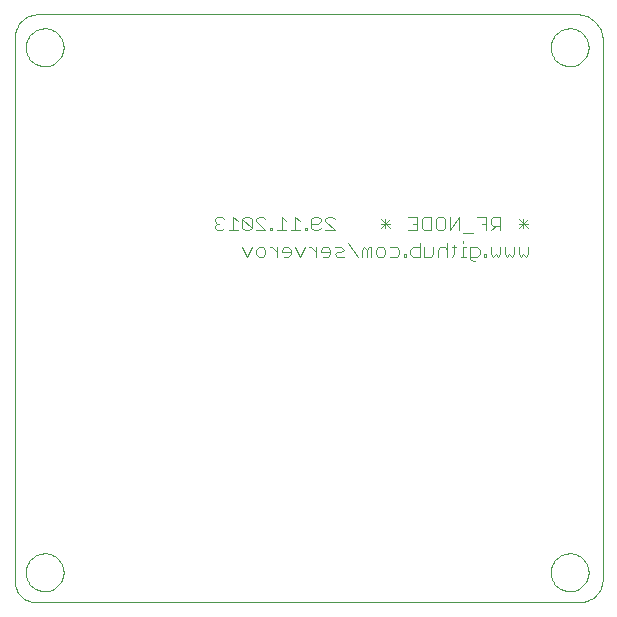
<source format=gbo>
G75*
%MOIN*%
%OFA0B0*%
%FSLAX24Y24*%
%IPPOS*%
%LPD*%
%AMOC8*
5,1,8,0,0,1.08239X$1,22.5*
%
%ADD10C,0.0000*%
%ADD11C,0.0040*%
D10*
X000430Y000887D02*
X000430Y018999D01*
X000432Y019055D01*
X000438Y019110D01*
X000448Y019165D01*
X000462Y019219D01*
X000479Y019272D01*
X000501Y019323D01*
X000526Y019373D01*
X000554Y019421D01*
X000586Y019467D01*
X000621Y019510D01*
X000659Y019551D01*
X000700Y019589D01*
X000743Y019624D01*
X000789Y019656D01*
X000837Y019684D01*
X000887Y019709D01*
X000938Y019731D01*
X000991Y019748D01*
X001045Y019762D01*
X001100Y019772D01*
X001155Y019778D01*
X001211Y019780D01*
X019181Y019780D01*
X019237Y019778D01*
X019292Y019773D01*
X019347Y019764D01*
X019401Y019751D01*
X019454Y019735D01*
X019506Y019715D01*
X019557Y019692D01*
X019606Y019666D01*
X019653Y019637D01*
X019698Y019605D01*
X019741Y019569D01*
X019781Y019531D01*
X019819Y019491D01*
X019855Y019448D01*
X019887Y019403D01*
X019916Y019356D01*
X019942Y019307D01*
X019965Y019256D01*
X019985Y019204D01*
X020001Y019151D01*
X020014Y019097D01*
X020023Y019042D01*
X020028Y018987D01*
X020030Y018931D01*
X020030Y000961D01*
X020028Y000905D01*
X020022Y000850D01*
X020012Y000795D01*
X019998Y000741D01*
X019981Y000688D01*
X019959Y000637D01*
X019934Y000587D01*
X019906Y000539D01*
X019874Y000493D01*
X019839Y000450D01*
X019801Y000409D01*
X019760Y000371D01*
X019717Y000336D01*
X019671Y000304D01*
X019623Y000276D01*
X019573Y000251D01*
X019522Y000229D01*
X019469Y000212D01*
X019415Y000198D01*
X019360Y000188D01*
X019305Y000182D01*
X019249Y000180D01*
X001137Y000180D01*
X001087Y000182D01*
X001036Y000187D01*
X000987Y000196D01*
X000938Y000209D01*
X000890Y000225D01*
X000843Y000244D01*
X000798Y000266D01*
X000755Y000292D01*
X000713Y000321D01*
X000674Y000353D01*
X000637Y000387D01*
X000603Y000424D01*
X000571Y000463D01*
X000542Y000505D01*
X000516Y000548D01*
X000494Y000593D01*
X000475Y000640D01*
X000459Y000688D01*
X000446Y000737D01*
X000437Y000786D01*
X000432Y000837D01*
X000430Y000887D01*
X000800Y001180D02*
X000802Y001230D01*
X000808Y001280D01*
X000818Y001329D01*
X000832Y001377D01*
X000849Y001424D01*
X000870Y001469D01*
X000895Y001513D01*
X000923Y001554D01*
X000955Y001593D01*
X000989Y001630D01*
X001026Y001664D01*
X001066Y001694D01*
X001108Y001721D01*
X001152Y001745D01*
X001198Y001766D01*
X001245Y001782D01*
X001293Y001795D01*
X001343Y001804D01*
X001392Y001809D01*
X001443Y001810D01*
X001493Y001807D01*
X001542Y001800D01*
X001591Y001789D01*
X001639Y001774D01*
X001685Y001756D01*
X001730Y001734D01*
X001773Y001708D01*
X001814Y001679D01*
X001853Y001647D01*
X001889Y001612D01*
X001921Y001574D01*
X001951Y001534D01*
X001978Y001491D01*
X002001Y001447D01*
X002020Y001401D01*
X002036Y001353D01*
X002048Y001304D01*
X002056Y001255D01*
X002060Y001205D01*
X002060Y001155D01*
X002056Y001105D01*
X002048Y001056D01*
X002036Y001007D01*
X002020Y000959D01*
X002001Y000913D01*
X001978Y000869D01*
X001951Y000826D01*
X001921Y000786D01*
X001889Y000748D01*
X001853Y000713D01*
X001814Y000681D01*
X001773Y000652D01*
X001730Y000626D01*
X001685Y000604D01*
X001639Y000586D01*
X001591Y000571D01*
X001542Y000560D01*
X001493Y000553D01*
X001443Y000550D01*
X001392Y000551D01*
X001343Y000556D01*
X001293Y000565D01*
X001245Y000578D01*
X001198Y000594D01*
X001152Y000615D01*
X001108Y000639D01*
X001066Y000666D01*
X001026Y000696D01*
X000989Y000730D01*
X000955Y000767D01*
X000923Y000806D01*
X000895Y000847D01*
X000870Y000891D01*
X000849Y000936D01*
X000832Y000983D01*
X000818Y001031D01*
X000808Y001080D01*
X000802Y001130D01*
X000800Y001180D01*
X000800Y018680D02*
X000802Y018730D01*
X000808Y018780D01*
X000818Y018829D01*
X000832Y018877D01*
X000849Y018924D01*
X000870Y018969D01*
X000895Y019013D01*
X000923Y019054D01*
X000955Y019093D01*
X000989Y019130D01*
X001026Y019164D01*
X001066Y019194D01*
X001108Y019221D01*
X001152Y019245D01*
X001198Y019266D01*
X001245Y019282D01*
X001293Y019295D01*
X001343Y019304D01*
X001392Y019309D01*
X001443Y019310D01*
X001493Y019307D01*
X001542Y019300D01*
X001591Y019289D01*
X001639Y019274D01*
X001685Y019256D01*
X001730Y019234D01*
X001773Y019208D01*
X001814Y019179D01*
X001853Y019147D01*
X001889Y019112D01*
X001921Y019074D01*
X001951Y019034D01*
X001978Y018991D01*
X002001Y018947D01*
X002020Y018901D01*
X002036Y018853D01*
X002048Y018804D01*
X002056Y018755D01*
X002060Y018705D01*
X002060Y018655D01*
X002056Y018605D01*
X002048Y018556D01*
X002036Y018507D01*
X002020Y018459D01*
X002001Y018413D01*
X001978Y018369D01*
X001951Y018326D01*
X001921Y018286D01*
X001889Y018248D01*
X001853Y018213D01*
X001814Y018181D01*
X001773Y018152D01*
X001730Y018126D01*
X001685Y018104D01*
X001639Y018086D01*
X001591Y018071D01*
X001542Y018060D01*
X001493Y018053D01*
X001443Y018050D01*
X001392Y018051D01*
X001343Y018056D01*
X001293Y018065D01*
X001245Y018078D01*
X001198Y018094D01*
X001152Y018115D01*
X001108Y018139D01*
X001066Y018166D01*
X001026Y018196D01*
X000989Y018230D01*
X000955Y018267D01*
X000923Y018306D01*
X000895Y018347D01*
X000870Y018391D01*
X000849Y018436D01*
X000832Y018483D01*
X000818Y018531D01*
X000808Y018580D01*
X000802Y018630D01*
X000800Y018680D01*
X018300Y018680D02*
X018302Y018730D01*
X018308Y018780D01*
X018318Y018829D01*
X018332Y018877D01*
X018349Y018924D01*
X018370Y018969D01*
X018395Y019013D01*
X018423Y019054D01*
X018455Y019093D01*
X018489Y019130D01*
X018526Y019164D01*
X018566Y019194D01*
X018608Y019221D01*
X018652Y019245D01*
X018698Y019266D01*
X018745Y019282D01*
X018793Y019295D01*
X018843Y019304D01*
X018892Y019309D01*
X018943Y019310D01*
X018993Y019307D01*
X019042Y019300D01*
X019091Y019289D01*
X019139Y019274D01*
X019185Y019256D01*
X019230Y019234D01*
X019273Y019208D01*
X019314Y019179D01*
X019353Y019147D01*
X019389Y019112D01*
X019421Y019074D01*
X019451Y019034D01*
X019478Y018991D01*
X019501Y018947D01*
X019520Y018901D01*
X019536Y018853D01*
X019548Y018804D01*
X019556Y018755D01*
X019560Y018705D01*
X019560Y018655D01*
X019556Y018605D01*
X019548Y018556D01*
X019536Y018507D01*
X019520Y018459D01*
X019501Y018413D01*
X019478Y018369D01*
X019451Y018326D01*
X019421Y018286D01*
X019389Y018248D01*
X019353Y018213D01*
X019314Y018181D01*
X019273Y018152D01*
X019230Y018126D01*
X019185Y018104D01*
X019139Y018086D01*
X019091Y018071D01*
X019042Y018060D01*
X018993Y018053D01*
X018943Y018050D01*
X018892Y018051D01*
X018843Y018056D01*
X018793Y018065D01*
X018745Y018078D01*
X018698Y018094D01*
X018652Y018115D01*
X018608Y018139D01*
X018566Y018166D01*
X018526Y018196D01*
X018489Y018230D01*
X018455Y018267D01*
X018423Y018306D01*
X018395Y018347D01*
X018370Y018391D01*
X018349Y018436D01*
X018332Y018483D01*
X018318Y018531D01*
X018308Y018580D01*
X018302Y018630D01*
X018300Y018680D01*
X018300Y001180D02*
X018302Y001230D01*
X018308Y001280D01*
X018318Y001329D01*
X018332Y001377D01*
X018349Y001424D01*
X018370Y001469D01*
X018395Y001513D01*
X018423Y001554D01*
X018455Y001593D01*
X018489Y001630D01*
X018526Y001664D01*
X018566Y001694D01*
X018608Y001721D01*
X018652Y001745D01*
X018698Y001766D01*
X018745Y001782D01*
X018793Y001795D01*
X018843Y001804D01*
X018892Y001809D01*
X018943Y001810D01*
X018993Y001807D01*
X019042Y001800D01*
X019091Y001789D01*
X019139Y001774D01*
X019185Y001756D01*
X019230Y001734D01*
X019273Y001708D01*
X019314Y001679D01*
X019353Y001647D01*
X019389Y001612D01*
X019421Y001574D01*
X019451Y001534D01*
X019478Y001491D01*
X019501Y001447D01*
X019520Y001401D01*
X019536Y001353D01*
X019548Y001304D01*
X019556Y001255D01*
X019560Y001205D01*
X019560Y001155D01*
X019556Y001105D01*
X019548Y001056D01*
X019536Y001007D01*
X019520Y000959D01*
X019501Y000913D01*
X019478Y000869D01*
X019451Y000826D01*
X019421Y000786D01*
X019389Y000748D01*
X019353Y000713D01*
X019314Y000681D01*
X019273Y000652D01*
X019230Y000626D01*
X019185Y000604D01*
X019139Y000586D01*
X019091Y000571D01*
X019042Y000560D01*
X018993Y000553D01*
X018943Y000550D01*
X018892Y000551D01*
X018843Y000556D01*
X018793Y000565D01*
X018745Y000578D01*
X018698Y000594D01*
X018652Y000615D01*
X018608Y000639D01*
X018566Y000666D01*
X018526Y000696D01*
X018489Y000730D01*
X018455Y000767D01*
X018423Y000806D01*
X018395Y000847D01*
X018370Y000891D01*
X018349Y000936D01*
X018332Y000983D01*
X018318Y001031D01*
X018308Y001080D01*
X018302Y001130D01*
X018300Y001180D01*
D11*
X015770Y011547D02*
X015693Y011547D01*
X015617Y011623D01*
X015617Y012007D01*
X015847Y012007D01*
X015924Y011930D01*
X015924Y011777D01*
X015847Y011700D01*
X015617Y011700D01*
X015463Y011700D02*
X015310Y011700D01*
X015387Y011700D02*
X015387Y012007D01*
X015463Y012007D01*
X015387Y012160D02*
X015387Y012237D01*
X015156Y012007D02*
X015003Y012007D01*
X015080Y012084D02*
X015080Y011777D01*
X015003Y011700D01*
X014849Y011700D02*
X014849Y012160D01*
X014773Y012007D02*
X014619Y012007D01*
X014542Y011930D01*
X014542Y011700D01*
X014389Y011777D02*
X014389Y012007D01*
X014389Y011777D02*
X014312Y011700D01*
X014082Y011700D01*
X014082Y012007D01*
X013929Y012007D02*
X013698Y012007D01*
X013622Y011930D01*
X013622Y011777D01*
X013698Y011700D01*
X013929Y011700D01*
X013929Y012160D01*
X013852Y012575D02*
X013545Y012575D01*
X013698Y012805D02*
X013852Y012805D01*
X014005Y012652D02*
X014005Y012959D01*
X014082Y013035D01*
X014312Y013035D01*
X014312Y012575D01*
X014082Y012575D01*
X014005Y012652D01*
X013852Y012575D02*
X013852Y013035D01*
X013545Y013035D01*
X012931Y012959D02*
X012624Y012652D01*
X012624Y012805D02*
X012931Y012805D01*
X012931Y012652D02*
X012624Y012959D01*
X012778Y012959D02*
X012778Y012652D01*
X012701Y012007D02*
X012547Y012007D01*
X012471Y011930D01*
X012471Y011777D01*
X012547Y011700D01*
X012701Y011700D01*
X012778Y011777D01*
X012778Y011930D01*
X012701Y012007D01*
X012931Y012007D02*
X013161Y012007D01*
X013238Y011930D01*
X013238Y011777D01*
X013161Y011700D01*
X012931Y011700D01*
X013391Y011700D02*
X013468Y011700D01*
X013468Y011777D01*
X013391Y011777D01*
X013391Y011700D01*
X012317Y011700D02*
X012317Y012007D01*
X012240Y012007D01*
X012164Y011930D01*
X012087Y012007D01*
X012010Y011930D01*
X012010Y011700D01*
X011857Y011700D02*
X011550Y012160D01*
X011396Y011930D02*
X011320Y012007D01*
X011090Y012007D01*
X011166Y011853D02*
X011320Y011853D01*
X011396Y011930D01*
X011396Y011700D02*
X011166Y011700D01*
X011090Y011777D01*
X011166Y011853D01*
X010936Y011853D02*
X010629Y011853D01*
X010629Y011930D01*
X010706Y012007D01*
X010859Y012007D01*
X010936Y011930D01*
X010936Y011777D01*
X010859Y011700D01*
X010706Y011700D01*
X010476Y011700D02*
X010476Y012007D01*
X010476Y011853D02*
X010322Y012007D01*
X010245Y012007D01*
X010092Y012007D02*
X009939Y011700D01*
X009785Y012007D01*
X009632Y011930D02*
X009632Y011777D01*
X009555Y011700D01*
X009401Y011700D01*
X009325Y011853D02*
X009325Y011930D01*
X009401Y012007D01*
X009555Y012007D01*
X009632Y011930D01*
X009632Y011853D02*
X009325Y011853D01*
X009171Y011853D02*
X009018Y012007D01*
X008941Y012007D01*
X008788Y011930D02*
X008788Y011777D01*
X008711Y011700D01*
X008557Y011700D01*
X008481Y011777D01*
X008481Y011930D01*
X008557Y012007D01*
X008711Y012007D01*
X008788Y011930D01*
X009171Y012007D02*
X009171Y011700D01*
X009171Y012575D02*
X009478Y012575D01*
X009325Y012575D02*
X009325Y013035D01*
X009478Y012882D01*
X009632Y012575D02*
X009939Y012575D01*
X010092Y012575D02*
X010169Y012575D01*
X010169Y012652D01*
X010092Y012652D01*
X010092Y012575D01*
X010322Y012652D02*
X010322Y012959D01*
X010399Y013035D01*
X010552Y013035D01*
X010629Y012959D01*
X010629Y012882D01*
X010552Y012805D01*
X010322Y012805D01*
X010322Y012652D02*
X010399Y012575D01*
X010552Y012575D01*
X010629Y012652D01*
X010783Y012575D02*
X011090Y012575D01*
X010783Y012882D01*
X010783Y012959D01*
X010859Y013035D01*
X011013Y013035D01*
X011090Y012959D01*
X012164Y011930D02*
X012164Y011700D01*
X014466Y012652D02*
X014466Y012959D01*
X014542Y013035D01*
X014696Y013035D01*
X014773Y012959D01*
X014773Y012652D01*
X014696Y012575D01*
X014542Y012575D01*
X014466Y012652D01*
X014926Y012575D02*
X014926Y013035D01*
X015233Y013035D02*
X014926Y012575D01*
X015233Y012575D02*
X015233Y013035D01*
X015387Y012498D02*
X015693Y012498D01*
X016000Y012805D02*
X016154Y012805D01*
X016307Y012805D02*
X016307Y012959D01*
X016384Y013035D01*
X016614Y013035D01*
X016614Y012575D01*
X016614Y012728D02*
X016384Y012728D01*
X016307Y012805D01*
X016461Y012728D02*
X016307Y012575D01*
X016154Y012575D02*
X016154Y013035D01*
X015847Y013035D01*
X016307Y012007D02*
X016307Y011777D01*
X016384Y011700D01*
X016461Y011777D01*
X016537Y011700D01*
X016614Y011777D01*
X016614Y012007D01*
X016768Y012007D02*
X016768Y011777D01*
X016844Y011700D01*
X016921Y011777D01*
X016998Y011700D01*
X017075Y011777D01*
X017075Y012007D01*
X017228Y012007D02*
X017228Y011777D01*
X017305Y011700D01*
X017382Y011777D01*
X017458Y011700D01*
X017535Y011777D01*
X017535Y012007D01*
X017535Y012652D02*
X017228Y012959D01*
X017382Y012959D02*
X017382Y012652D01*
X017228Y012652D02*
X017535Y012959D01*
X017535Y012805D02*
X017228Y012805D01*
X016154Y011777D02*
X016077Y011777D01*
X016077Y011700D01*
X016154Y011700D01*
X016154Y011777D01*
X014849Y011930D02*
X014773Y012007D01*
X009939Y012882D02*
X009785Y013035D01*
X009785Y012575D01*
X009018Y012575D02*
X008941Y012575D01*
X008941Y012652D01*
X009018Y012652D01*
X009018Y012575D01*
X008788Y012575D02*
X008481Y012882D01*
X008481Y012959D01*
X008557Y013035D01*
X008711Y013035D01*
X008788Y012959D01*
X008788Y012575D02*
X008481Y012575D01*
X008327Y012652D02*
X008020Y012959D01*
X008020Y012652D01*
X008097Y012575D01*
X008250Y012575D01*
X008327Y012652D01*
X008327Y012959D01*
X008250Y013035D01*
X008097Y013035D01*
X008020Y012959D01*
X007867Y012882D02*
X007713Y013035D01*
X007713Y012575D01*
X007560Y012575D02*
X007867Y012575D01*
X007406Y012652D02*
X007330Y012575D01*
X007176Y012575D01*
X007099Y012652D01*
X007099Y012728D01*
X007176Y012805D01*
X007253Y012805D01*
X007176Y012805D02*
X007099Y012882D01*
X007099Y012959D01*
X007176Y013035D01*
X007330Y013035D01*
X007406Y012959D01*
X008020Y012007D02*
X008174Y011700D01*
X008327Y012007D01*
M02*

</source>
